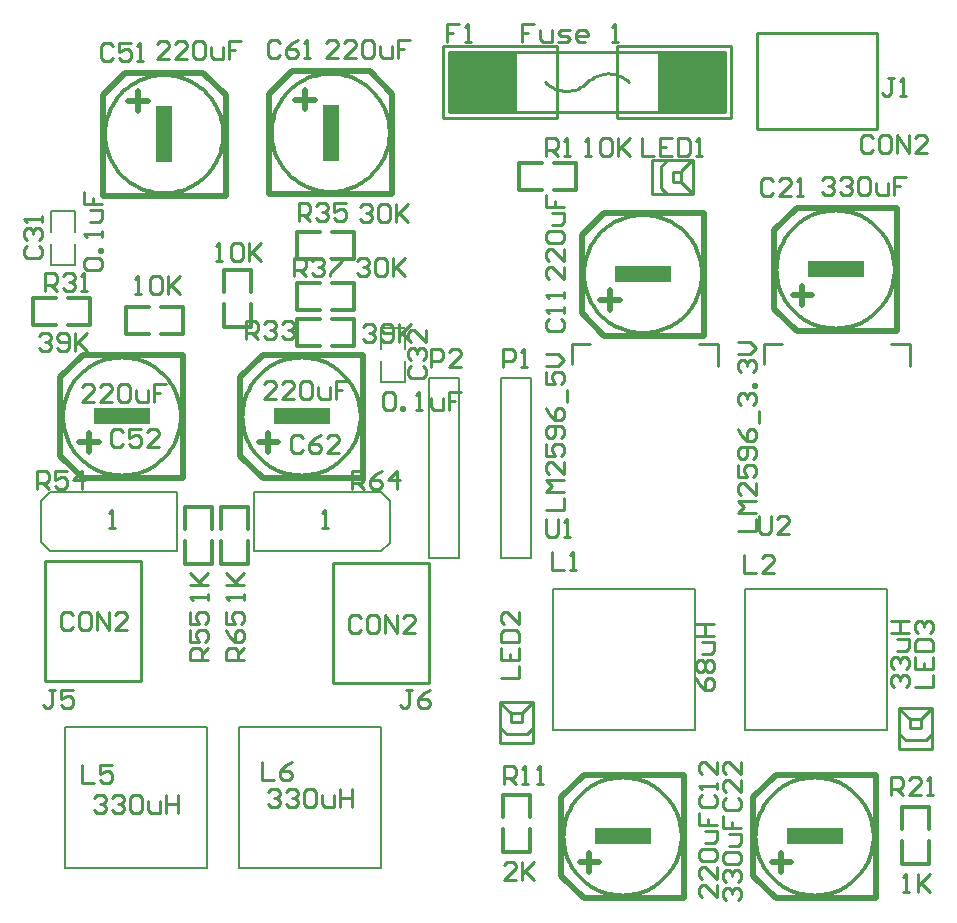
<source format=gto>
G04 Layer_Color=65535*
%FSLAX25Y25*%
%MOIN*%
G70*
G01*
G75*
%ADD44C,0.01200*%
%ADD45C,0.01000*%
%ADD46C,0.00800*%
%ADD47C,0.00787*%
%ADD48C,0.02000*%
%ADD49C,0.01969*%
%ADD50R,0.05545X0.19069*%
%ADD51R,0.19069X0.05545*%
%ADD52R,0.22000X0.20000*%
D44*
X450311Y454089D02*
X450286Y455086D01*
X450210Y456080D01*
X450084Y457070D01*
X449908Y458052D01*
X449683Y459023D01*
X449408Y459982D01*
X449086Y460926D01*
X448716Y461852D01*
X448299Y462758D01*
X447837Y463642D01*
X447332Y464502D01*
X446783Y465335D01*
X446192Y466138D01*
X445562Y466911D01*
X444894Y467651D01*
X444188Y468357D01*
X443448Y469025D01*
X442675Y469656D01*
X441871Y470246D01*
X441039Y470795D01*
X440179Y471301D01*
X439295Y471762D01*
X438389Y472179D01*
X437463Y472549D01*
X436519Y472871D01*
X435560Y473146D01*
X434589Y473371D01*
X433607Y473547D01*
X432618Y473673D01*
X431623Y473749D01*
X430626Y473774D01*
X429629Y473749D01*
X428635Y473673D01*
X427645Y473547D01*
X426663Y473371D01*
X425692Y473146D01*
X424733Y472871D01*
X423789Y472549D01*
X422863Y472179D01*
X421957Y471762D01*
X421073Y471301D01*
X420213Y470795D01*
X419381Y470246D01*
X418577Y469656D01*
X417804Y469025D01*
X417064Y468357D01*
X416358Y467651D01*
X415690Y466911D01*
X415060Y466138D01*
X414469Y465334D01*
X413920Y464502D01*
X413414Y463642D01*
X412953Y462758D01*
X412536Y461852D01*
X412166Y460926D01*
X411844Y459982D01*
X411569Y459023D01*
X411344Y458052D01*
X411168Y457070D01*
X411042Y456080D01*
X410966Y455086D01*
X410941Y454089D01*
X410966Y453092D01*
X411042Y452098D01*
X411168Y451108D01*
X411344Y450126D01*
X411569Y449155D01*
X411844Y448196D01*
X412166Y447252D01*
X412536Y446326D01*
X412953Y445420D01*
X413414Y444536D01*
X413920Y443676D01*
X414469Y442843D01*
X415060Y442040D01*
X415690Y441267D01*
X416358Y440527D01*
X417064Y439821D01*
X417804Y439153D01*
X418577Y438522D01*
X419381Y437932D01*
X420213Y437383D01*
X421073Y436877D01*
X421957Y436416D01*
X422863Y435999D01*
X423789Y435629D01*
X424733Y435307D01*
X425692Y435032D01*
X426663Y434807D01*
X427645Y434631D01*
X428635Y434505D01*
X429629Y434429D01*
X430626Y434404D01*
X431623Y434429D01*
X432618Y434505D01*
X433607Y434631D01*
X434589Y434807D01*
X435560Y435032D01*
X436519Y435307D01*
X437463Y435629D01*
X438389Y435999D01*
X439295Y436416D01*
X440179Y436877D01*
X441039Y437383D01*
X441872Y437932D01*
X442675Y438523D01*
X443448Y439153D01*
X444188Y439821D01*
X444894Y440527D01*
X445562Y441267D01*
X446193Y442040D01*
X446783Y442844D01*
X447332Y443676D01*
X447838Y444536D01*
X448299Y445420D01*
X448716Y446326D01*
X449086Y447252D01*
X449408Y448196D01*
X449683Y449155D01*
X449908Y450127D01*
X450084Y451108D01*
X450210Y452098D01*
X450286Y453092D01*
X450311Y454089D01*
X505811Y454589D02*
X505786Y455586D01*
X505710Y456580D01*
X505584Y457570D01*
X505408Y458552D01*
X505183Y459523D01*
X504908Y460482D01*
X504586Y461426D01*
X504216Y462352D01*
X503799Y463258D01*
X503337Y464142D01*
X502832Y465002D01*
X502283Y465835D01*
X501692Y466638D01*
X501062Y467411D01*
X500394Y468151D01*
X499688Y468857D01*
X498948Y469525D01*
X498175Y470155D01*
X497371Y470746D01*
X496539Y471295D01*
X495679Y471801D01*
X494795Y472262D01*
X493889Y472679D01*
X492963Y473049D01*
X492019Y473371D01*
X491060Y473646D01*
X490089Y473871D01*
X489107Y474047D01*
X488118Y474173D01*
X487123Y474249D01*
X486126Y474274D01*
X485129Y474249D01*
X484134Y474173D01*
X483145Y474047D01*
X482163Y473871D01*
X481192Y473646D01*
X480233Y473371D01*
X479289Y473049D01*
X478363Y472679D01*
X477457Y472262D01*
X476573Y471801D01*
X475713Y471295D01*
X474881Y470746D01*
X474077Y470155D01*
X473304Y469525D01*
X472564Y468857D01*
X471858Y468151D01*
X471190Y467411D01*
X470560Y466638D01*
X469969Y465834D01*
X469420Y465002D01*
X468914Y464142D01*
X468453Y463258D01*
X468036Y462352D01*
X467666Y461426D01*
X467344Y460482D01*
X467069Y459523D01*
X466844Y458552D01*
X466668Y457570D01*
X466542Y456580D01*
X466466Y455586D01*
X466441Y454589D01*
X466466Y453592D01*
X466542Y452598D01*
X466668Y451608D01*
X466844Y450626D01*
X467069Y449655D01*
X467344Y448696D01*
X467666Y447752D01*
X468036Y446826D01*
X468453Y445920D01*
X468915Y445036D01*
X469420Y444176D01*
X469969Y443343D01*
X470560Y442540D01*
X471190Y441767D01*
X471858Y441027D01*
X472564Y440321D01*
X473304Y439653D01*
X474077Y439022D01*
X474881Y438432D01*
X475713Y437883D01*
X476573Y437377D01*
X477457Y436916D01*
X478363Y436499D01*
X479289Y436129D01*
X480233Y435807D01*
X481192Y435532D01*
X482163Y435307D01*
X483145Y435131D01*
X484134Y435005D01*
X485129Y434929D01*
X486126Y434904D01*
X487123Y434929D01*
X488118Y435005D01*
X489107Y435131D01*
X490089Y435307D01*
X491060Y435532D01*
X492019Y435807D01*
X492963Y436129D01*
X493889Y436499D01*
X494795Y436916D01*
X495679Y437378D01*
X496539Y437883D01*
X497371Y438432D01*
X498175Y439023D01*
X498948Y439653D01*
X499688Y440321D01*
X500394Y441027D01*
X501062Y441767D01*
X501692Y442540D01*
X502283Y443344D01*
X502832Y444176D01*
X503338Y445036D01*
X503799Y445920D01*
X504216Y446826D01*
X504586Y447752D01*
X504908Y448696D01*
X505183Y449655D01*
X505408Y450627D01*
X505584Y451608D01*
X505710Y452598D01*
X505786Y453592D01*
X505811Y454589D01*
X667096Y220000D02*
X667071Y220997D01*
X666995Y221991D01*
X666869Y222981D01*
X666693Y223963D01*
X666468Y224934D01*
X666193Y225893D01*
X665871Y226837D01*
X665501Y227763D01*
X665084Y228669D01*
X664622Y229553D01*
X664117Y230413D01*
X663568Y231245D01*
X662977Y232049D01*
X662347Y232822D01*
X661679Y233562D01*
X660973Y234268D01*
X660233Y234936D01*
X659460Y235566D01*
X658656Y236157D01*
X657824Y236706D01*
X656964Y237211D01*
X656080Y237673D01*
X655174Y238090D01*
X654248Y238460D01*
X653304Y238782D01*
X652345Y239057D01*
X651374Y239282D01*
X650392Y239458D01*
X649403Y239584D01*
X648408Y239660D01*
X647411Y239685D01*
X646414Y239660D01*
X645420Y239584D01*
X644430Y239458D01*
X643448Y239282D01*
X642477Y239057D01*
X641518Y238782D01*
X640574Y238460D01*
X639648Y238090D01*
X638742Y237673D01*
X637858Y237211D01*
X636998Y236706D01*
X636166Y236157D01*
X635362Y235566D01*
X634589Y234936D01*
X633849Y234268D01*
X633143Y233562D01*
X632475Y232822D01*
X631845Y232049D01*
X631254Y231245D01*
X630705Y230413D01*
X630199Y229553D01*
X629738Y228669D01*
X629321Y227763D01*
X628951Y226837D01*
X628629Y225893D01*
X628354Y224934D01*
X628129Y223962D01*
X627953Y222981D01*
X627827Y221991D01*
X627751Y220997D01*
X627726Y220000D01*
X627751Y219003D01*
X627827Y218008D01*
X627953Y217019D01*
X628129Y216037D01*
X628354Y215066D01*
X628629Y214107D01*
X628951Y213163D01*
X629321Y212237D01*
X629738Y211331D01*
X630199Y210447D01*
X630705Y209587D01*
X631254Y208754D01*
X631845Y207951D01*
X632475Y207178D01*
X633144Y206438D01*
X633849Y205732D01*
X634589Y205064D01*
X635362Y204433D01*
X636166Y203843D01*
X636998Y203294D01*
X637858Y202788D01*
X638742Y202327D01*
X639648Y201910D01*
X640574Y201540D01*
X641518Y201218D01*
X642477Y200943D01*
X643448Y200718D01*
X644430Y200542D01*
X645420Y200416D01*
X646414Y200340D01*
X647411Y200315D01*
X648408Y200340D01*
X649403Y200416D01*
X650392Y200542D01*
X651374Y200718D01*
X652345Y200943D01*
X653304Y201218D01*
X654248Y201540D01*
X655174Y201910D01*
X656080Y202327D01*
X656964Y202788D01*
X657824Y203294D01*
X658657Y203843D01*
X659460Y204434D01*
X660233Y205064D01*
X660973Y205732D01*
X661679Y206438D01*
X662347Y207178D01*
X662978Y207951D01*
X663568Y208755D01*
X664117Y209587D01*
X664623Y210447D01*
X665084Y211331D01*
X665501Y212237D01*
X665871Y213163D01*
X666193Y214107D01*
X666468Y215066D01*
X666693Y216038D01*
X666869Y217019D01*
X666995Y218009D01*
X667071Y219003D01*
X667096Y220000D01*
X603096D02*
X603071Y220997D01*
X602995Y221991D01*
X602869Y222981D01*
X602693Y223963D01*
X602468Y224934D01*
X602193Y225893D01*
X601871Y226837D01*
X601501Y227763D01*
X601084Y228669D01*
X600623Y229553D01*
X600117Y230413D01*
X599568Y231245D01*
X598977Y232049D01*
X598347Y232822D01*
X597679Y233562D01*
X596973Y234268D01*
X596233Y234936D01*
X595460Y235566D01*
X594656Y236157D01*
X593824Y236706D01*
X592964Y237211D01*
X592080Y237673D01*
X591174Y238090D01*
X590248Y238460D01*
X589304Y238782D01*
X588345Y239057D01*
X587374Y239282D01*
X586392Y239458D01*
X585402Y239584D01*
X584408Y239660D01*
X583411Y239685D01*
X582414Y239660D01*
X581420Y239584D01*
X580430Y239458D01*
X579448Y239282D01*
X578477Y239057D01*
X577518Y238782D01*
X576574Y238460D01*
X575648Y238090D01*
X574742Y237673D01*
X573858Y237211D01*
X572998Y236706D01*
X572165Y236157D01*
X571362Y235566D01*
X570589Y234936D01*
X569849Y234268D01*
X569143Y233562D01*
X568475Y232822D01*
X567844Y232049D01*
X567254Y231245D01*
X566705Y230413D01*
X566199Y229553D01*
X565738Y228669D01*
X565321Y227763D01*
X564951Y226837D01*
X564629Y225893D01*
X564354Y224934D01*
X564129Y223962D01*
X563953Y222981D01*
X563827Y221991D01*
X563751Y220997D01*
X563726Y220000D01*
X563751Y219003D01*
X563827Y218008D01*
X563953Y217019D01*
X564129Y216037D01*
X564354Y215066D01*
X564629Y214107D01*
X564951Y213163D01*
X565321Y212237D01*
X565738Y211331D01*
X566199Y210447D01*
X566705Y209587D01*
X567254Y208754D01*
X567845Y207951D01*
X568475Y207178D01*
X569143Y206438D01*
X569849Y205732D01*
X570589Y205064D01*
X571362Y204433D01*
X572166Y203843D01*
X572998Y203294D01*
X573858Y202788D01*
X574742Y202327D01*
X575648Y201910D01*
X576574Y201540D01*
X577518Y201218D01*
X578477Y200943D01*
X579449Y200718D01*
X580430Y200542D01*
X581420Y200416D01*
X582414Y200340D01*
X583411Y200315D01*
X584408Y200340D01*
X585403Y200416D01*
X586392Y200542D01*
X587374Y200718D01*
X588345Y200943D01*
X589304Y201218D01*
X590248Y201540D01*
X591174Y201910D01*
X592080Y202327D01*
X592964Y202788D01*
X593824Y203294D01*
X594657Y203843D01*
X595460Y204434D01*
X596233Y205064D01*
X596973Y205732D01*
X597679Y206438D01*
X598347Y207178D01*
X598978Y207951D01*
X599568Y208755D01*
X600117Y209587D01*
X600623Y210447D01*
X601084Y211331D01*
X601501Y212237D01*
X601871Y213163D01*
X602193Y214107D01*
X602468Y215066D01*
X602693Y216038D01*
X602869Y217019D01*
X602995Y218009D01*
X603071Y219003D01*
X603096Y220000D01*
X674096Y409000D02*
X674071Y409997D01*
X673995Y410991D01*
X673869Y411981D01*
X673693Y412963D01*
X673468Y413934D01*
X673193Y414893D01*
X672871Y415837D01*
X672501Y416763D01*
X672084Y417669D01*
X671623Y418553D01*
X671117Y419413D01*
X670568Y420245D01*
X669977Y421049D01*
X669347Y421822D01*
X668679Y422562D01*
X667973Y423268D01*
X667233Y423936D01*
X666460Y424566D01*
X665656Y425157D01*
X664824Y425706D01*
X663964Y426212D01*
X663080Y426673D01*
X662174Y427090D01*
X661248Y427460D01*
X660304Y427782D01*
X659345Y428057D01*
X658374Y428282D01*
X657392Y428458D01*
X656402Y428584D01*
X655408Y428660D01*
X654411Y428685D01*
X653414Y428660D01*
X652420Y428584D01*
X651430Y428458D01*
X650448Y428282D01*
X649477Y428057D01*
X648518Y427782D01*
X647574Y427460D01*
X646648Y427090D01*
X645742Y426673D01*
X644858Y426212D01*
X643998Y425706D01*
X643165Y425157D01*
X642362Y424566D01*
X641589Y423936D01*
X640849Y423268D01*
X640143Y422562D01*
X639475Y421822D01*
X638844Y421049D01*
X638254Y420245D01*
X637705Y419413D01*
X637199Y418553D01*
X636738Y417669D01*
X636321Y416763D01*
X635951Y415837D01*
X635629Y414893D01*
X635354Y413934D01*
X635129Y412962D01*
X634953Y411981D01*
X634827Y410991D01*
X634751Y409997D01*
X634726Y409000D01*
X634751Y408003D01*
X634827Y407009D01*
X634953Y406019D01*
X635129Y405037D01*
X635354Y404066D01*
X635629Y403107D01*
X635951Y402163D01*
X636321Y401237D01*
X636738Y400331D01*
X637199Y399447D01*
X637705Y398587D01*
X638254Y397755D01*
X638845Y396951D01*
X639475Y396178D01*
X640143Y395438D01*
X640849Y394732D01*
X641589Y394064D01*
X642362Y393433D01*
X643166Y392843D01*
X643998Y392294D01*
X644858Y391788D01*
X645742Y391327D01*
X646648Y390910D01*
X647574Y390540D01*
X648518Y390218D01*
X649477Y389943D01*
X650449Y389718D01*
X651430Y389542D01*
X652420Y389416D01*
X653414Y389340D01*
X654411Y389315D01*
X655408Y389340D01*
X656403Y389416D01*
X657392Y389542D01*
X658374Y389718D01*
X659345Y389943D01*
X660304Y390218D01*
X661248Y390540D01*
X662174Y390910D01*
X663080Y391327D01*
X663964Y391789D01*
X664824Y392294D01*
X665657Y392843D01*
X666460Y393434D01*
X667233Y394064D01*
X667973Y394732D01*
X668679Y395438D01*
X669347Y396178D01*
X669978Y396951D01*
X670568Y397755D01*
X671117Y398587D01*
X671623Y399447D01*
X672084Y400331D01*
X672501Y401237D01*
X672871Y402163D01*
X673193Y403107D01*
X673468Y404066D01*
X673693Y405037D01*
X673869Y406019D01*
X673995Y407009D01*
X674071Y408003D01*
X674096Y409000D01*
X609931Y407480D02*
X609905Y408477D01*
X609830Y409472D01*
X609704Y410461D01*
X609528Y411443D01*
X609302Y412414D01*
X609028Y413373D01*
X608705Y414317D01*
X608335Y415243D01*
X607919Y416150D01*
X607457Y417033D01*
X606951Y417893D01*
X606402Y418726D01*
X605812Y419530D01*
X605182Y420303D01*
X604513Y421043D01*
X603808Y421748D01*
X603068Y422416D01*
X602295Y423047D01*
X601491Y423637D01*
X600658Y424186D01*
X599799Y424692D01*
X598915Y425154D01*
X598009Y425570D01*
X597082Y425940D01*
X596139Y426263D01*
X595180Y426537D01*
X594208Y426762D01*
X593226Y426938D01*
X592237Y427064D01*
X591243Y427140D01*
X590246Y427165D01*
X589249Y427140D01*
X588254Y427064D01*
X587265Y426938D01*
X586283Y426762D01*
X585312Y426537D01*
X584353Y426263D01*
X583409Y425940D01*
X582483Y425570D01*
X581576Y425154D01*
X580692Y424692D01*
X579833Y424186D01*
X579000Y423637D01*
X578196Y423047D01*
X577423Y422416D01*
X576683Y421748D01*
X575978Y421043D01*
X575309Y420303D01*
X574679Y419530D01*
X574089Y418726D01*
X573540Y417893D01*
X573034Y417033D01*
X572572Y416150D01*
X572156Y415243D01*
X571786Y414317D01*
X571463Y413373D01*
X571189Y412414D01*
X570964Y411443D01*
X570788Y410461D01*
X570662Y409472D01*
X570586Y408477D01*
X570561Y407480D01*
X570586Y406483D01*
X570662Y405489D01*
X570788Y404499D01*
X570964Y403518D01*
X571189Y402546D01*
X571463Y401587D01*
X571786Y400644D01*
X572156Y399717D01*
X572572Y398811D01*
X573034Y397927D01*
X573540Y397068D01*
X574089Y396235D01*
X574679Y395431D01*
X575310Y394658D01*
X575978Y393918D01*
X576683Y393213D01*
X577423Y392544D01*
X578196Y391914D01*
X579000Y391323D01*
X579833Y390775D01*
X580692Y390269D01*
X581576Y389807D01*
X582483Y389391D01*
X583409Y389021D01*
X584353Y388698D01*
X585312Y388424D01*
X586283Y388198D01*
X587265Y388022D01*
X588254Y387896D01*
X589249Y387821D01*
X590246Y387795D01*
X591243Y387821D01*
X592237Y387896D01*
X593227Y388022D01*
X594208Y388198D01*
X595180Y388424D01*
X596139Y388698D01*
X597082Y389021D01*
X598009Y389391D01*
X598915Y389807D01*
X599799Y390269D01*
X600658Y390775D01*
X601491Y391324D01*
X602295Y391914D01*
X603068Y392544D01*
X603808Y393213D01*
X604513Y393918D01*
X605182Y394658D01*
X605812Y395431D01*
X606402Y396235D01*
X606951Y397068D01*
X607457Y397927D01*
X607919Y398811D01*
X608335Y399717D01*
X608705Y400644D01*
X609028Y401587D01*
X609302Y402546D01*
X609528Y403518D01*
X609704Y404499D01*
X609830Y405489D01*
X609905Y406483D01*
X609931Y407480D01*
X496096Y360000D02*
X496071Y360997D01*
X495995Y361992D01*
X495869Y362981D01*
X495693Y363963D01*
X495468Y364934D01*
X495193Y365893D01*
X494871Y366837D01*
X494501Y367763D01*
X494084Y368669D01*
X493622Y369553D01*
X493117Y370413D01*
X492568Y371245D01*
X491977Y372049D01*
X491347Y372822D01*
X490679Y373562D01*
X489973Y374268D01*
X489233Y374936D01*
X488460Y375566D01*
X487656Y376157D01*
X486824Y376706D01*
X485964Y377211D01*
X485080Y377673D01*
X484174Y378090D01*
X483248Y378460D01*
X482304Y378782D01*
X481345Y379057D01*
X480374Y379282D01*
X479392Y379458D01*
X478403Y379584D01*
X477408Y379660D01*
X476411Y379685D01*
X475414Y379660D01*
X474419Y379584D01*
X473430Y379458D01*
X472448Y379282D01*
X471477Y379057D01*
X470518Y378782D01*
X469574Y378460D01*
X468648Y378090D01*
X467742Y377673D01*
X466858Y377211D01*
X465998Y376706D01*
X465166Y376157D01*
X464362Y375566D01*
X463589Y374936D01*
X462849Y374268D01*
X462143Y373562D01*
X461475Y372822D01*
X460845Y372049D01*
X460254Y371245D01*
X459705Y370413D01*
X459199Y369553D01*
X458738Y368669D01*
X458321Y367763D01*
X457951Y366837D01*
X457629Y365893D01*
X457354Y364934D01*
X457129Y363963D01*
X456953Y362981D01*
X456827Y361992D01*
X456751Y360997D01*
X456726Y360000D01*
X456751Y359003D01*
X456827Y358009D01*
X456953Y357019D01*
X457129Y356037D01*
X457354Y355066D01*
X457629Y354107D01*
X457951Y353163D01*
X458321Y352237D01*
X458738Y351331D01*
X459199Y350447D01*
X459705Y349587D01*
X460254Y348755D01*
X460845Y347951D01*
X461475Y347178D01*
X462144Y346438D01*
X462849Y345732D01*
X463589Y345064D01*
X464362Y344433D01*
X465166Y343843D01*
X465998Y343294D01*
X466858Y342788D01*
X467742Y342327D01*
X468648Y341910D01*
X469574Y341540D01*
X470518Y341218D01*
X471477Y340943D01*
X472448Y340718D01*
X473430Y340542D01*
X474419Y340416D01*
X475414Y340340D01*
X476411Y340315D01*
X477408Y340340D01*
X478403Y340416D01*
X479392Y340542D01*
X480374Y340718D01*
X481345Y340943D01*
X482304Y341218D01*
X483248Y341540D01*
X484174Y341910D01*
X485080Y342327D01*
X485964Y342789D01*
X486824Y343294D01*
X487656Y343843D01*
X488460Y344434D01*
X489233Y345064D01*
X489973Y345732D01*
X490679Y346438D01*
X491347Y347178D01*
X491978Y347951D01*
X492568Y348755D01*
X493117Y349587D01*
X493623Y350447D01*
X494084Y351331D01*
X494501Y352237D01*
X494871Y353163D01*
X495193Y354107D01*
X495468Y355066D01*
X495693Y356037D01*
X495869Y357019D01*
X495995Y358009D01*
X496071Y359003D01*
X496096Y360000D01*
X436222D02*
X436197Y360997D01*
X436121Y361992D01*
X435995Y362981D01*
X435819Y363963D01*
X435594Y364934D01*
X435319Y365893D01*
X434997Y366837D01*
X434627Y367763D01*
X434210Y368669D01*
X433748Y369553D01*
X433243Y370413D01*
X432694Y371245D01*
X432103Y372049D01*
X431473Y372822D01*
X430805Y373562D01*
X430099Y374268D01*
X429359Y374936D01*
X428586Y375566D01*
X427782Y376157D01*
X426950Y376706D01*
X426090Y377211D01*
X425206Y377673D01*
X424300Y378090D01*
X423374Y378460D01*
X422430Y378782D01*
X421471Y379057D01*
X420500Y379282D01*
X419518Y379458D01*
X418529Y379584D01*
X417534Y379660D01*
X416537Y379685D01*
X415540Y379660D01*
X414545Y379584D01*
X413556Y379458D01*
X412574Y379282D01*
X411603Y379057D01*
X410644Y378782D01*
X409700Y378460D01*
X408774Y378090D01*
X407868Y377673D01*
X406984Y377211D01*
X406124Y376706D01*
X405292Y376157D01*
X404488Y375566D01*
X403715Y374936D01*
X402975Y374268D01*
X402269Y373562D01*
X401601Y372822D01*
X400971Y372049D01*
X400380Y371245D01*
X399831Y370413D01*
X399325Y369553D01*
X398864Y368669D01*
X398447Y367763D01*
X398077Y366837D01*
X397755Y365893D01*
X397480Y364934D01*
X397255Y363963D01*
X397079Y362981D01*
X396953Y361992D01*
X396877Y360997D01*
X396852Y360000D01*
X396877Y359003D01*
X396953Y358009D01*
X397079Y357019D01*
X397255Y356037D01*
X397480Y355066D01*
X397755Y354107D01*
X398077Y353163D01*
X398447Y352237D01*
X398864Y351331D01*
X399325Y350447D01*
X399831Y349587D01*
X400380Y348755D01*
X400971Y347951D01*
X401601Y347178D01*
X402269Y346438D01*
X402975Y345732D01*
X403715Y345064D01*
X404488Y344433D01*
X405292Y343843D01*
X406124Y343294D01*
X406984Y342788D01*
X407868Y342327D01*
X408774Y341910D01*
X409700Y341540D01*
X410644Y341218D01*
X411603Y340943D01*
X412574Y340718D01*
X413556Y340542D01*
X414545Y340416D01*
X415540Y340340D01*
X416537Y340315D01*
X417534Y340340D01*
X418529Y340416D01*
X419518Y340542D01*
X420500Y340718D01*
X421471Y340943D01*
X422430Y341218D01*
X423374Y341540D01*
X424300Y341910D01*
X425206Y342327D01*
X426090Y342789D01*
X426950Y343294D01*
X427782Y343843D01*
X428586Y344434D01*
X429359Y345064D01*
X430099Y345732D01*
X430805Y346438D01*
X431473Y347178D01*
X432103Y347951D01*
X432694Y348755D01*
X433243Y349587D01*
X433749Y350447D01*
X434210Y351331D01*
X434627Y352237D01*
X434997Y353163D01*
X435319Y354107D01*
X435594Y355066D01*
X435819Y356037D01*
X435995Y357019D01*
X436121Y358009D01*
X436197Y359003D01*
X436222Y360000D01*
X446620Y322500D02*
Y330000D01*
X437620Y322500D02*
Y330000D01*
Y311000D02*
Y318500D01*
X446620Y311000D02*
Y318500D01*
X437620Y330000D02*
X446620D01*
X437620Y311000D02*
X446620D01*
X458620Y322500D02*
Y330000D01*
X449620Y322500D02*
Y330000D01*
Y311000D02*
Y318500D01*
X458620Y311000D02*
Y318500D01*
X449620Y330000D02*
X458620D01*
X449620Y311000D02*
X458620D01*
X676494Y211000D02*
X685494D01*
X676494Y230000D02*
X685494D01*
Y211000D02*
Y218500D01*
X676494Y211000D02*
Y218500D01*
Y222500D02*
Y230000D01*
X685494Y222500D02*
Y230000D01*
X543494Y215000D02*
X552494D01*
X543494Y234000D02*
X552494D01*
Y215000D02*
Y222500D01*
X543494Y215000D02*
Y222500D01*
Y226500D02*
Y234000D01*
X552494Y226500D02*
Y234000D01*
X549000Y435506D02*
Y444506D01*
X568000Y435506D02*
Y444506D01*
X549000Y435506D02*
X556500D01*
X549000Y444506D02*
X556500D01*
X560500D02*
X568000D01*
X560500Y435506D02*
X568000D01*
X387000Y390506D02*
Y399506D01*
X406000Y390506D02*
Y399506D01*
X387000Y390506D02*
X394500D01*
X387000Y399506D02*
X394500D01*
X398500D02*
X406000D01*
X398500Y390506D02*
X406000D01*
X475000Y412506D02*
Y421506D01*
X494000Y412506D02*
Y421506D01*
X475000Y412506D02*
X482500D01*
X475000Y421506D02*
X482500D01*
X486500D02*
X494000D01*
X486500Y412506D02*
X494000D01*
X459494Y401500D02*
Y409000D01*
X450494Y401500D02*
Y409000D01*
Y390000D02*
Y397500D01*
X459494Y390000D02*
Y397500D01*
X450494Y409000D02*
X459494D01*
X450494Y390000D02*
X459494D01*
X418000Y396494D02*
X425500D01*
X418000Y387494D02*
X425500D01*
X429500D02*
X437000D01*
X429500Y396494D02*
X437000D01*
X418000Y387494D02*
Y396494D01*
X437000Y387494D02*
Y396494D01*
X494000Y383494D02*
Y392494D01*
X475000Y383494D02*
Y392494D01*
X486500D02*
X494000D01*
X486500Y383494D02*
X494000D01*
X475000D02*
X482500D01*
X475000Y392494D02*
X482500D01*
X475000Y395506D02*
Y404506D01*
X494000Y395506D02*
Y404506D01*
X475000Y395506D02*
X482500D01*
X475000Y404506D02*
X482500D01*
X486500D02*
X494000D01*
X486500Y395506D02*
X494000D01*
D45*
X585677Y471441D02*
X584957Y472093D01*
X584177Y472672D01*
X583344Y473172D01*
X582466Y473587D01*
X581551Y473914D01*
X580609Y474150D01*
X579647Y474293D01*
X578677Y474340D01*
X577707Y474293D01*
X576746Y474150D01*
X575804Y473914D01*
X574889Y473587D01*
X574011Y473172D01*
X573177Y472672D01*
X572397Y472093D01*
X571677Y471441D01*
X557677D02*
X558397Y470788D01*
X559177Y470210D01*
X560011Y469710D01*
X560889Y469295D01*
X561803Y468968D01*
X562746Y468732D01*
X563707Y468589D01*
X564677Y468541D01*
X565648Y468589D01*
X566608Y468732D01*
X567551Y468968D01*
X568466Y469295D01*
X569344Y469710D01*
X570177Y470210D01*
X570957Y470788D01*
X571677Y471441D01*
X675638Y249189D02*
Y262968D01*
Y249189D02*
X686661D01*
Y262968D01*
X675638D02*
X686661D01*
X675638Y262575D02*
Y262968D01*
Y262575D02*
X679181Y259032D01*
X679378D02*
X682921D01*
X686661Y262772D02*
Y262968D01*
X682921Y259032D02*
X686661Y262772D01*
X679378Y256079D02*
Y259032D01*
Y256079D02*
X682921D01*
X682921Y256079D01*
Y259032D01*
X675638Y254307D02*
Y255882D01*
Y254307D02*
X677803Y252142D01*
X684693D01*
X686661Y254110D01*
X542638Y251189D02*
Y264968D01*
Y251189D02*
X553661D01*
Y264968D01*
X542638D02*
X553661D01*
X542638Y264575D02*
Y264968D01*
Y264575D02*
X546181Y261032D01*
X546378D02*
X549921D01*
X553661Y264772D02*
Y264968D01*
X549921Y261032D02*
X553661Y264772D01*
X546378Y258079D02*
Y261032D01*
Y258079D02*
X549921D01*
X549921Y258079D01*
Y261032D01*
X542638Y256307D02*
Y257882D01*
Y256307D02*
X544803Y254142D01*
X551693D01*
X553661Y256110D01*
X679300Y377000D02*
Y384000D01*
X679200Y384100D02*
X679300Y384000D01*
X672900Y384100D02*
X679200D01*
X630700Y377400D02*
Y384100D01*
X636600D01*
X615300Y377000D02*
Y384000D01*
X615200Y384100D02*
X615300Y384000D01*
X608900Y384100D02*
X615200D01*
X566700Y377400D02*
Y384100D01*
X572600D01*
X619677Y459441D02*
Y471441D01*
X523677Y459441D02*
Y483441D01*
X619677Y471441D02*
Y483441D01*
X581677D02*
X619677D01*
X581677Y459441D02*
Y483441D01*
Y459441D02*
X619677D01*
X523677D02*
X561677D01*
Y483441D01*
X523677D02*
X561677D01*
X527677Y461441D02*
X617677D01*
X525677D02*
X527677D01*
X525677D02*
Y481441D01*
X617677D01*
Y461441D02*
Y481441D01*
X595677Y461441D02*
Y481441D01*
X547677Y461441D02*
Y481441D01*
X593189Y445362D02*
X606968D01*
X593189Y434339D02*
Y445362D01*
Y434339D02*
X606968D01*
Y445362D01*
X606575D02*
X606968D01*
X603031Y441819D02*
X606575Y445362D01*
X603031Y438079D02*
Y441622D01*
X606772Y434339D02*
X606968D01*
X603031Y438079D02*
X606772Y434339D01*
X600079Y441622D02*
X603031D01*
X600079Y438079D02*
Y441622D01*
Y438079D02*
X600079Y438079D01*
X603031D01*
X598307Y445362D02*
X599882D01*
X596142Y443197D02*
X598307Y445362D01*
X596142Y436307D02*
Y443197D01*
Y436307D02*
X598110Y434339D01*
X628213Y455905D02*
X668213D01*
X628213D02*
Y487905D01*
X668213D01*
Y455905D02*
Y487905D01*
X391031Y271787D02*
X423031D01*
Y311787D01*
X391031D02*
X423031D01*
X391031Y271787D02*
Y311787D01*
X486952Y271189D02*
X518952D01*
Y311189D01*
X486952D02*
X518952D01*
X486952Y271189D02*
Y311189D01*
X457126Y299000D02*
Y300999D01*
Y300000D01*
X451128D01*
X452128Y299000D01*
X451128Y303998D02*
X457126D01*
X455127D01*
X451128Y307997D01*
X454127Y304998D01*
X457126Y307997D01*
Y279000D02*
X451128D01*
Y281999D01*
X452128Y282999D01*
X454127D01*
X455127Y281999D01*
Y279000D01*
Y280999D02*
X457126Y282999D01*
X451128Y288997D02*
X452128Y286997D01*
X454127Y284998D01*
X456126D01*
X457126Y285998D01*
Y287997D01*
X456126Y288997D01*
X455127D01*
X454127Y287997D01*
Y284998D01*
X451128Y294995D02*
Y290996D01*
X454127D01*
X453127Y292996D01*
Y293995D01*
X454127Y294995D01*
X456126D01*
X457126Y293995D01*
Y291996D01*
X456126Y290996D01*
X483126Y323000D02*
X485125D01*
X484126D01*
Y328998D01*
X483126Y327998D01*
X493126Y336000D02*
Y341998D01*
X496125D01*
X497125Y340998D01*
Y338999D01*
X496125Y337999D01*
X493126D01*
X495125D02*
X497125Y336000D01*
X503123Y341998D02*
X501123Y340998D01*
X499124Y338999D01*
Y337000D01*
X500124Y336000D01*
X502123D01*
X503123Y337000D01*
Y337999D01*
X502123Y338999D01*
X499124D01*
X508121Y336000D02*
Y341998D01*
X505122Y338999D01*
X509121D01*
X448000Y412000D02*
X449999D01*
X449000D01*
Y417998D01*
X448000Y416998D01*
X452998D02*
X453998Y417998D01*
X455997D01*
X456997Y416998D01*
Y413000D01*
X455997Y412000D01*
X453998D01*
X452998Y413000D01*
Y416998D01*
X458996Y417998D02*
Y412000D01*
Y413999D01*
X462995Y417998D01*
X459996Y414999D01*
X462995Y412000D01*
X445126Y299000D02*
Y300999D01*
Y300000D01*
X439128D01*
X440128Y299000D01*
X439128Y303998D02*
X445126D01*
X443127D01*
X439128Y307997D01*
X442127Y304998D01*
X445126Y307997D01*
Y279000D02*
X439128D01*
Y281999D01*
X440128Y282999D01*
X442127D01*
X443127Y281999D01*
Y279000D01*
Y280999D02*
X445126Y282999D01*
X439128Y288997D02*
Y284998D01*
X442127D01*
X441127Y286997D01*
Y287997D01*
X442127Y288997D01*
X444126D01*
X445126Y287997D01*
Y285998D01*
X444126Y284998D01*
X439128Y294995D02*
Y290996D01*
X442127D01*
X441127Y292996D01*
Y293995D01*
X442127Y294995D01*
X444126D01*
X445126Y293995D01*
Y291996D01*
X444126Y290996D01*
X412126Y323000D02*
X414125D01*
X413126D01*
Y328998D01*
X412126Y327998D01*
X388126Y336000D02*
Y341998D01*
X391125D01*
X392125Y340998D01*
Y338999D01*
X391125Y337999D01*
X388126D01*
X390125D02*
X392125Y336000D01*
X398123Y341998D02*
X394124D01*
Y338999D01*
X396123Y339999D01*
X397123D01*
X398123Y338999D01*
Y337000D01*
X397123Y336000D01*
X395124D01*
X394124Y337000D01*
X403121Y336000D02*
Y341998D01*
X400122Y338999D01*
X404121D01*
X421000Y401000D02*
X422999D01*
X422000D01*
Y406998D01*
X421000Y405998D01*
X425998D02*
X426998Y406998D01*
X428997D01*
X429997Y405998D01*
Y402000D01*
X428997Y401000D01*
X426998D01*
X425998Y402000D01*
Y405998D01*
X431996Y406998D02*
Y401000D01*
Y402999D01*
X435995Y406998D01*
X432996Y403999D01*
X435995Y401000D01*
X519600Y376400D02*
Y382398D01*
X522599D01*
X523599Y381398D01*
Y379399D01*
X522599Y378399D01*
X519600D01*
X529597Y376400D02*
X525598D01*
X529597Y380399D01*
Y381398D01*
X528597Y382398D01*
X526598D01*
X525598Y381398D01*
X465126Y234998D02*
X466126Y235998D01*
X468125D01*
X469125Y234998D01*
Y233999D01*
X468125Y232999D01*
X467125D01*
X468125D01*
X469125Y231999D01*
Y231000D01*
X468125Y230000D01*
X466126D01*
X465126Y231000D01*
X471124Y234998D02*
X472124Y235998D01*
X474123D01*
X475123Y234998D01*
Y233999D01*
X474123Y232999D01*
X473123D01*
X474123D01*
X475123Y231999D01*
Y231000D01*
X474123Y230000D01*
X472124D01*
X471124Y231000D01*
X477122Y234998D02*
X478122Y235998D01*
X480121D01*
X481121Y234998D01*
Y231000D01*
X480121Y230000D01*
X478122D01*
X477122Y231000D01*
Y234998D01*
X483120Y233999D02*
Y231000D01*
X484120Y230000D01*
X487119D01*
Y233999D01*
X489118Y235998D02*
Y230000D01*
Y232999D01*
X493117D01*
Y235998D01*
Y230000D01*
X463126Y244998D02*
Y239000D01*
X467125D01*
X473123Y244998D02*
X471123Y243998D01*
X469124Y241999D01*
Y240000D01*
X470124Y239000D01*
X472123D01*
X473123Y240000D01*
Y240999D01*
X472123Y241999D01*
X469124D01*
X407126Y232998D02*
X408126Y233998D01*
X410125D01*
X411125Y232998D01*
Y231999D01*
X410125Y230999D01*
X409125D01*
X410125D01*
X411125Y229999D01*
Y229000D01*
X410125Y228000D01*
X408126D01*
X407126Y229000D01*
X413124Y232998D02*
X414124Y233998D01*
X416123D01*
X417123Y232998D01*
Y231999D01*
X416123Y230999D01*
X415123D01*
X416123D01*
X417123Y229999D01*
Y229000D01*
X416123Y228000D01*
X414124D01*
X413124Y229000D01*
X419122Y232998D02*
X420122Y233998D01*
X422121D01*
X423121Y232998D01*
Y229000D01*
X422121Y228000D01*
X420122D01*
X419122Y229000D01*
Y232998D01*
X425120Y231999D02*
Y229000D01*
X426120Y228000D01*
X429119D01*
Y231999D01*
X431118Y233998D02*
Y228000D01*
Y230999D01*
X435117D01*
Y233998D01*
Y228000D01*
X403126Y243998D02*
Y238000D01*
X407125D01*
X413123Y243998D02*
X409124D01*
Y240999D01*
X411123Y241999D01*
X412123D01*
X413123Y240999D01*
Y239000D01*
X412123Y238000D01*
X410124D01*
X409124Y239000D01*
X496125Y292998D02*
X495125Y293998D01*
X493126D01*
X492126Y292998D01*
Y289000D01*
X493126Y288000D01*
X495125D01*
X496125Y289000D01*
X501123Y293998D02*
X499124D01*
X498124Y292998D01*
Y289000D01*
X499124Y288000D01*
X501123D01*
X502123Y289000D01*
Y292998D01*
X501123Y293998D01*
X504122Y288000D02*
Y293998D01*
X508121Y288000D01*
Y293998D01*
X514119Y288000D02*
X510120D01*
X514119Y291999D01*
Y292998D01*
X513119Y293998D01*
X511120D01*
X510120Y292998D01*
X513125Y268998D02*
X511125D01*
X512125D01*
Y264000D01*
X511125Y263000D01*
X510126D01*
X509126Y264000D01*
X519123Y268998D02*
X517123Y267998D01*
X515124Y265999D01*
Y264000D01*
X516124Y263000D01*
X518123D01*
X519123Y264000D01*
Y264999D01*
X518123Y265999D01*
X515124D01*
X400125Y293998D02*
X399125Y294998D01*
X397126D01*
X396126Y293998D01*
Y290000D01*
X397126Y289000D01*
X399125D01*
X400125Y290000D01*
X405123Y294998D02*
X403124D01*
X402124Y293998D01*
Y290000D01*
X403124Y289000D01*
X405123D01*
X406123Y290000D01*
Y293998D01*
X405123Y294998D01*
X408122Y289000D02*
Y294998D01*
X412121Y289000D01*
Y294998D01*
X418119Y289000D02*
X414120D01*
X418119Y292999D01*
Y293998D01*
X417119Y294998D01*
X415120D01*
X414120Y293998D01*
X394125Y268998D02*
X392125D01*
X393125D01*
Y264000D01*
X392125Y263000D01*
X391126D01*
X390126Y264000D01*
X400123Y268998D02*
X396124D01*
Y265999D01*
X398123Y266999D01*
X399123D01*
X400123Y265999D01*
Y264000D01*
X399123Y263000D01*
X397124D01*
X396124Y264000D01*
X467999Y366000D02*
X464000D01*
X467999Y369999D01*
Y370998D01*
X466999Y371998D01*
X465000D01*
X464000Y370998D01*
X473997Y366000D02*
X469998D01*
X473997Y369999D01*
Y370998D01*
X472997Y371998D01*
X470998D01*
X469998Y370998D01*
X475996D02*
X476996Y371998D01*
X478995D01*
X479995Y370998D01*
Y367000D01*
X478995Y366000D01*
X476996D01*
X475996Y367000D01*
Y370998D01*
X481994Y369999D02*
Y367000D01*
X482994Y366000D01*
X485993D01*
Y369999D01*
X491991Y371998D02*
X487992D01*
Y368999D01*
X489992D01*
X487992D01*
Y366000D01*
X476999Y352998D02*
X475999Y353998D01*
X474000D01*
X473000Y352998D01*
Y349000D01*
X474000Y348000D01*
X475999D01*
X476999Y349000D01*
X482997Y353998D02*
X480997Y352998D01*
X478998Y350999D01*
Y349000D01*
X479998Y348000D01*
X481997D01*
X482997Y349000D01*
Y349999D01*
X481997Y350999D01*
X478998D01*
X488995Y348000D02*
X484996D01*
X488995Y351999D01*
Y352998D01*
X487995Y353998D01*
X485996D01*
X484996Y352998D01*
X488625Y479500D02*
X484626D01*
X488625Y483499D01*
Y484498D01*
X487625Y485498D01*
X485626D01*
X484626Y484498D01*
X494623Y479500D02*
X490624D01*
X494623Y483499D01*
Y484498D01*
X493623Y485498D01*
X491624D01*
X490624Y484498D01*
X496622D02*
X497622Y485498D01*
X499621D01*
X500621Y484498D01*
Y480500D01*
X499621Y479500D01*
X497622D01*
X496622Y480500D01*
Y484498D01*
X502620Y483499D02*
Y480500D01*
X503620Y479500D01*
X506619D01*
Y483499D01*
X512617Y485498D02*
X508618D01*
Y482499D01*
X510618D01*
X508618D01*
Y479500D01*
X469125Y484498D02*
X468125Y485498D01*
X466126D01*
X465126Y484498D01*
Y480500D01*
X466126Y479500D01*
X468125D01*
X469125Y480500D01*
X475123Y485498D02*
X473123Y484498D01*
X471124Y482499D01*
Y480500D01*
X472124Y479500D01*
X474123D01*
X475123Y480500D01*
Y481499D01*
X474123Y482499D01*
X471124D01*
X477122Y479500D02*
X479121D01*
X478122D01*
Y485498D01*
X477122Y484498D01*
X407125Y365000D02*
X403126D01*
X407125Y368999D01*
Y369998D01*
X406125Y370998D01*
X404126D01*
X403126Y369998D01*
X413123Y365000D02*
X409124D01*
X413123Y368999D01*
Y369998D01*
X412123Y370998D01*
X410124D01*
X409124Y369998D01*
X415122D02*
X416122Y370998D01*
X418121D01*
X419121Y369998D01*
Y366000D01*
X418121Y365000D01*
X416122D01*
X415122Y366000D01*
Y369998D01*
X421120Y368999D02*
Y366000D01*
X422120Y365000D01*
X425119D01*
Y368999D01*
X431117Y370998D02*
X427118D01*
Y367999D01*
X429118D01*
X427118D01*
Y365000D01*
X416999Y354998D02*
X415999Y355998D01*
X414000D01*
X413000Y354998D01*
Y351000D01*
X414000Y350000D01*
X415999D01*
X416999Y351000D01*
X422997Y355998D02*
X418998D01*
Y352999D01*
X420997Y353999D01*
X421997D01*
X422997Y352999D01*
Y351000D01*
X421997Y350000D01*
X419998D01*
X418998Y351000D01*
X428995Y350000D02*
X424996D01*
X428995Y353999D01*
Y354998D01*
X427995Y355998D01*
X425996D01*
X424996Y354998D01*
X432148Y479331D02*
X428150D01*
X432148Y483329D01*
Y484329D01*
X431149Y485329D01*
X429149D01*
X428150Y484329D01*
X438146Y479331D02*
X434148D01*
X438146Y483329D01*
Y484329D01*
X437147Y485329D01*
X435147D01*
X434148Y484329D01*
X440146D02*
X441145Y485329D01*
X443145D01*
X444144Y484329D01*
Y480330D01*
X443145Y479331D01*
X441145D01*
X440146Y480330D01*
Y484329D01*
X446144Y483329D02*
Y480330D01*
X447144Y479331D01*
X450142D01*
Y483329D01*
X456141Y485329D02*
X452142D01*
Y482330D01*
X454141D01*
X452142D01*
Y479331D01*
X413448Y483345D02*
X412448Y484344D01*
X410449D01*
X409449Y483345D01*
Y479346D01*
X410449Y478346D01*
X412448D01*
X413448Y479346D01*
X419446Y484344D02*
X415447D01*
Y481346D01*
X417446Y482345D01*
X418446D01*
X419446Y481346D01*
Y479346D01*
X418446Y478346D01*
X416447D01*
X415447Y479346D01*
X421445Y478346D02*
X423444D01*
X422445D01*
Y484344D01*
X421445Y483345D01*
X564000Y409999D02*
Y406000D01*
X560001Y409999D01*
X559002D01*
X558002Y408999D01*
Y407000D01*
X559002Y406000D01*
X564000Y415997D02*
Y411998D01*
X560001Y415997D01*
X559002D01*
X558002Y414997D01*
Y412998D01*
X559002Y411998D01*
Y417996D02*
X558002Y418996D01*
Y420995D01*
X559002Y421995D01*
X563000D01*
X564000Y420995D01*
Y418996D01*
X563000Y417996D01*
X559002D01*
X560001Y423994D02*
X563000D01*
X564000Y424994D01*
Y427993D01*
X560001D01*
X558002Y433991D02*
Y429992D01*
X561001D01*
Y431992D01*
Y429992D01*
X564000D01*
X559002Y392499D02*
X558002Y391499D01*
Y389500D01*
X559002Y388500D01*
X563000D01*
X564000Y389500D01*
Y391499D01*
X563000Y392499D01*
X564000Y394498D02*
Y396497D01*
Y395498D01*
X558002D01*
X559002Y394498D01*
X564000Y399496D02*
Y401496D01*
Y400496D01*
X558002D01*
X559002Y399496D01*
X615000Y203999D02*
Y200000D01*
X611001Y203999D01*
X610002D01*
X609002Y202999D01*
Y201000D01*
X610002Y200000D01*
X615000Y209997D02*
Y205998D01*
X611001Y209997D01*
X610002D01*
X609002Y208997D01*
Y206998D01*
X610002Y205998D01*
Y211996D02*
X609002Y212996D01*
Y214995D01*
X610002Y215995D01*
X614000D01*
X615000Y214995D01*
Y212996D01*
X614000Y211996D01*
X610002D01*
X611001Y217994D02*
X614000D01*
X615000Y218994D01*
Y221993D01*
X611001D01*
X609002Y227991D02*
Y223992D01*
X612001D01*
Y225992D01*
Y223992D01*
X615000D01*
X610002Y233999D02*
X609002Y232999D01*
Y231000D01*
X610002Y230000D01*
X614000D01*
X615000Y231000D01*
Y232999D01*
X614000Y233999D01*
X615000Y235998D02*
Y237997D01*
Y236998D01*
X609002D01*
X610002Y235998D01*
X615000Y244995D02*
Y240996D01*
X611001Y244995D01*
X610002D01*
X609002Y243995D01*
Y241996D01*
X610002Y240996D01*
X650000Y438998D02*
X651000Y439998D01*
X652999D01*
X653999Y438998D01*
Y437999D01*
X652999Y436999D01*
X651999D01*
X652999D01*
X653999Y435999D01*
Y435000D01*
X652999Y434000D01*
X651000D01*
X650000Y435000D01*
X655998Y438998D02*
X656998Y439998D01*
X658997D01*
X659997Y438998D01*
Y437999D01*
X658997Y436999D01*
X657997D01*
X658997D01*
X659997Y435999D01*
Y435000D01*
X658997Y434000D01*
X656998D01*
X655998Y435000D01*
X661996Y438998D02*
X662996Y439998D01*
X664995D01*
X665995Y438998D01*
Y435000D01*
X664995Y434000D01*
X662996D01*
X661996Y435000D01*
Y438998D01*
X667994Y437999D02*
Y435000D01*
X668994Y434000D01*
X671993D01*
Y437999D01*
X677991Y439998D02*
X673992D01*
Y436999D01*
X675992D01*
X673992D01*
Y434000D01*
X633699Y438498D02*
X632699Y439498D01*
X630700D01*
X629700Y438498D01*
Y434500D01*
X630700Y433500D01*
X632699D01*
X633699Y434500D01*
X639697Y433500D02*
X635698D01*
X639697Y437499D01*
Y438498D01*
X638697Y439498D01*
X636698D01*
X635698Y438498D01*
X641696Y433500D02*
X643695D01*
X642696D01*
Y439498D01*
X641696Y438498D01*
X618002Y199000D02*
X617002Y200000D01*
Y201999D01*
X618002Y202999D01*
X619001D01*
X620001Y201999D01*
Y200999D01*
Y201999D01*
X621001Y202999D01*
X622000D01*
X623000Y201999D01*
Y200000D01*
X622000Y199000D01*
X618002Y204998D02*
X617002Y205998D01*
Y207997D01*
X618002Y208997D01*
X619001D01*
X620001Y207997D01*
Y206997D01*
Y207997D01*
X621001Y208997D01*
X622000D01*
X623000Y207997D01*
Y205998D01*
X622000Y204998D01*
X618002Y210996D02*
X617002Y211996D01*
Y213995D01*
X618002Y214995D01*
X622000D01*
X623000Y213995D01*
Y211996D01*
X622000Y210996D01*
X618002D01*
X619001Y216994D02*
X622000D01*
X623000Y217994D01*
Y220993D01*
X619001D01*
X617002Y226991D02*
Y222992D01*
X620001D01*
Y224992D01*
Y222992D01*
X623000D01*
X618002Y232999D02*
X617002Y231999D01*
Y230000D01*
X618002Y229000D01*
X622000D01*
X623000Y230000D01*
Y231999D01*
X622000Y232999D01*
X623000Y238997D02*
Y234998D01*
X619001Y238997D01*
X618002D01*
X617002Y237997D01*
Y235998D01*
X618002Y234998D01*
X623000Y244995D02*
Y240996D01*
X619001Y244995D01*
X618002D01*
X617002Y243995D01*
Y241996D01*
X618002Y240996D01*
X553999Y490998D02*
X550000D01*
Y487999D01*
X551999D01*
X550000D01*
Y485000D01*
X555998Y488999D02*
Y486000D01*
X556998Y485000D01*
X559997D01*
Y488999D01*
X561996Y485000D02*
X564995D01*
X565995Y486000D01*
X564995Y486999D01*
X562996D01*
X561996Y487999D01*
X562996Y488999D01*
X565995D01*
X570993Y485000D02*
X568994D01*
X567994Y486000D01*
Y487999D01*
X568994Y488999D01*
X570993D01*
X571993Y487999D01*
Y486999D01*
X567994D01*
X579990Y485000D02*
X581990D01*
X580990D01*
Y490998D01*
X579990Y489998D01*
X528999Y490998D02*
X525000D01*
Y487999D01*
X526999D01*
X525000D01*
Y485000D01*
X530998D02*
X532997D01*
X531998D01*
Y490998D01*
X530998Y489998D01*
X666999Y452998D02*
X665999Y453998D01*
X664000D01*
X663000Y452998D01*
Y449000D01*
X664000Y448000D01*
X665999D01*
X666999Y449000D01*
X671997Y453998D02*
X669998D01*
X668998Y452998D01*
Y449000D01*
X669998Y448000D01*
X671997D01*
X672997Y449000D01*
Y452998D01*
X671997Y453998D01*
X674996Y448000D02*
Y453998D01*
X678995Y448000D01*
Y453998D01*
X684993Y448000D02*
X680994D01*
X684993Y451999D01*
Y452998D01*
X683993Y453998D01*
X681994D01*
X680994Y452998D01*
X673999Y472998D02*
X671999D01*
X672999D01*
Y468000D01*
X671999Y467000D01*
X671000D01*
X670000Y468000D01*
X675998Y467000D02*
X677997D01*
X676998D01*
Y472998D01*
X675998Y471998D01*
X608002Y272999D02*
X609002Y270999D01*
X611001Y269000D01*
X613000D01*
X614000Y270000D01*
Y271999D01*
X613000Y272999D01*
X612001D01*
X611001Y271999D01*
Y269000D01*
X609002Y274998D02*
X608002Y275998D01*
Y277997D01*
X609002Y278997D01*
X610001D01*
X611001Y277997D01*
X612001Y278997D01*
X613000D01*
X614000Y277997D01*
Y275998D01*
X613000Y274998D01*
X612001D01*
X611001Y275998D01*
X610001Y274998D01*
X609002D01*
X611001Y275998D02*
Y277997D01*
X610001Y280996D02*
X613000D01*
X614000Y281996D01*
Y284995D01*
X610001D01*
X608002Y286994D02*
X614000D01*
X611001D01*
Y290993D01*
X608002D01*
X614000D01*
X560000Y314998D02*
Y309000D01*
X563999D01*
X565998D02*
X567997D01*
X566998D01*
Y314998D01*
X565998Y313998D01*
X674002Y270000D02*
X673002Y271000D01*
Y272999D01*
X674002Y273999D01*
X675001D01*
X676001Y272999D01*
Y271999D01*
Y272999D01*
X677001Y273999D01*
X678000D01*
X679000Y272999D01*
Y271000D01*
X678000Y270000D01*
X674002Y275998D02*
X673002Y276998D01*
Y278997D01*
X674002Y279997D01*
X675001D01*
X676001Y278997D01*
Y277997D01*
Y278997D01*
X677001Y279997D01*
X678000D01*
X679000Y278997D01*
Y276998D01*
X678000Y275998D01*
X675001Y281996D02*
X678000D01*
X679000Y282996D01*
Y285995D01*
X675001D01*
X673002Y287994D02*
X679000D01*
X676001D01*
Y291993D01*
X673002D01*
X679000D01*
X624000Y313998D02*
Y308000D01*
X627999D01*
X633997D02*
X629998D01*
X633997Y311999D01*
Y312998D01*
X632997Y313998D01*
X630998D01*
X629998Y312998D01*
X590000Y452998D02*
Y447000D01*
X593999D01*
X599997Y452998D02*
X595998D01*
Y447000D01*
X599997D01*
X595998Y449999D02*
X597997D01*
X601996Y452998D02*
Y447000D01*
X604995D01*
X605995Y448000D01*
Y451998D01*
X604995Y452998D01*
X601996D01*
X607994Y447000D02*
X609994D01*
X608994D01*
Y452998D01*
X607994Y451998D01*
X543002Y273000D02*
X549000D01*
Y276999D01*
X543002Y282997D02*
Y278998D01*
X549000D01*
Y282997D01*
X546001Y278998D02*
Y280997D01*
X543002Y284996D02*
X549000D01*
Y287995D01*
X548000Y288995D01*
X544002D01*
X543002Y287995D01*
Y284996D01*
X549000Y294993D02*
Y290994D01*
X545001Y294993D01*
X544002D01*
X543002Y293993D01*
Y291994D01*
X544002Y290994D01*
X681002Y270000D02*
X687000D01*
Y273999D01*
X681002Y279997D02*
Y275998D01*
X687000D01*
Y279997D01*
X684001Y275998D02*
Y277997D01*
X681002Y281996D02*
X687000D01*
Y284995D01*
X686000Y285995D01*
X682002D01*
X681002Y284995D01*
Y281996D01*
X682002Y287994D02*
X681002Y288994D01*
Y290993D01*
X682002Y291993D01*
X683001D01*
X684001Y290993D01*
Y289994D01*
Y290993D01*
X685001Y291993D01*
X686000D01*
X687000Y290993D01*
Y288994D01*
X686000Y287994D01*
X543600Y376400D02*
Y382398D01*
X546599D01*
X547599Y381398D01*
Y379399D01*
X546599Y378399D01*
X543600D01*
X549598Y376400D02*
X551597D01*
X550598D01*
Y382398D01*
X549598Y381398D01*
X571000Y447000D02*
X572999D01*
X572000D01*
Y452998D01*
X571000Y451998D01*
X575998D02*
X576998Y452998D01*
X578997D01*
X579997Y451998D01*
Y448000D01*
X578997Y447000D01*
X576998D01*
X575998Y448000D01*
Y451998D01*
X581996Y452998D02*
Y447000D01*
Y448999D01*
X585995Y452998D01*
X582996Y449999D01*
X585995Y447000D01*
X558035Y446756D02*
Y452754D01*
X561034D01*
X562033Y451754D01*
Y449755D01*
X561034Y448755D01*
X558035D01*
X560034D02*
X562033Y446756D01*
X564033D02*
X566032D01*
X565032D01*
Y452754D01*
X564033Y451754D01*
X547899Y205400D02*
X543900D01*
X547899Y209399D01*
Y210398D01*
X546899Y211398D01*
X544900D01*
X543900Y210398D01*
X549898Y211398D02*
Y205400D01*
Y207399D01*
X553897Y211398D01*
X550898Y208399D01*
X553897Y205400D01*
X543900Y237600D02*
Y243598D01*
X546899D01*
X547899Y242598D01*
Y240599D01*
X546899Y239599D01*
X543900D01*
X545899D02*
X547899Y237600D01*
X549898D02*
X551897D01*
X550898D01*
Y243598D01*
X549898Y242598D01*
X554896Y237600D02*
X556896D01*
X555896D01*
Y243598D01*
X554896Y242598D01*
X676900Y201400D02*
X678899D01*
X677900D01*
Y207398D01*
X676900Y206398D01*
X681898Y207398D02*
Y201400D01*
Y203399D01*
X685897Y207398D01*
X682898Y204399D01*
X685897Y201400D01*
X673000Y234000D02*
Y239998D01*
X675999D01*
X676999Y238998D01*
Y236999D01*
X675999Y235999D01*
X673000D01*
X674999D02*
X676999Y234000D01*
X682997D02*
X678998D01*
X682997Y237999D01*
Y238998D01*
X681997Y239998D01*
X679998D01*
X678998Y238998D01*
X684996Y234000D02*
X686996D01*
X685996D01*
Y239998D01*
X684996Y238998D01*
X558002Y329000D02*
X564000D01*
Y332999D01*
Y334998D02*
X558002D01*
X560001Y336997D01*
X558002Y338997D01*
X564000D01*
Y344995D02*
Y340996D01*
X560001Y344995D01*
X559002D01*
X558002Y343995D01*
Y341996D01*
X559002Y340996D01*
X558002Y350993D02*
Y346994D01*
X561001D01*
X560001Y348993D01*
Y349993D01*
X561001Y350993D01*
X563000D01*
X564000Y349993D01*
Y347994D01*
X563000Y346994D01*
Y352992D02*
X564000Y353992D01*
Y355991D01*
X563000Y356991D01*
X559002D01*
X558002Y355991D01*
Y353992D01*
X559002Y352992D01*
X560001D01*
X561001Y353992D01*
Y356991D01*
X558002Y362989D02*
X559002Y360990D01*
X561001Y358990D01*
X563000D01*
X564000Y359990D01*
Y361989D01*
X563000Y362989D01*
X562001D01*
X561001Y361989D01*
Y358990D01*
X565000Y364988D02*
Y368987D01*
X558002Y374985D02*
Y370986D01*
X561001D01*
X560001Y372986D01*
Y373985D01*
X561001Y374985D01*
X563000D01*
X564000Y373985D01*
Y371986D01*
X563000Y370986D01*
X558002Y376985D02*
X562001D01*
X564000Y378984D01*
X562001Y380983D01*
X558002D01*
X558000Y325998D02*
Y321000D01*
X559000Y320000D01*
X560999D01*
X561999Y321000D01*
Y325998D01*
X563998Y320000D02*
X565997D01*
X564998D01*
Y325998D01*
X563998Y324998D01*
X622002Y322000D02*
X628000D01*
Y325999D01*
Y327998D02*
X622002D01*
X624001Y329997D01*
X622002Y331997D01*
X628000D01*
Y337995D02*
Y333996D01*
X624001Y337995D01*
X623002D01*
X622002Y336995D01*
Y334996D01*
X623002Y333996D01*
X622002Y343993D02*
Y339994D01*
X625001D01*
X624001Y341993D01*
Y342993D01*
X625001Y343993D01*
X627000D01*
X628000Y342993D01*
Y340994D01*
X627000Y339994D01*
Y345992D02*
X628000Y346992D01*
Y348991D01*
X627000Y349991D01*
X623002D01*
X622002Y348991D01*
Y346992D01*
X623002Y345992D01*
X624001D01*
X625001Y346992D01*
Y349991D01*
X622002Y355989D02*
X623002Y353990D01*
X625001Y351990D01*
X627000D01*
X628000Y352990D01*
Y354989D01*
X627000Y355989D01*
X626001D01*
X625001Y354989D01*
Y351990D01*
X629000Y357988D02*
Y361987D01*
X623002Y363986D02*
X622002Y364986D01*
Y366985D01*
X623002Y367985D01*
X624001D01*
X625001Y366985D01*
Y365986D01*
Y366985D01*
X626001Y367985D01*
X627000D01*
X628000Y366985D01*
Y364986D01*
X627000Y363986D01*
X628000Y369985D02*
X627000D01*
Y370984D01*
X628000D01*
Y369985D01*
X623002Y374983D02*
X622002Y375982D01*
Y377982D01*
X623002Y378982D01*
X624001D01*
X625001Y377982D01*
Y376982D01*
Y377982D01*
X626001Y378982D01*
X627000D01*
X628000Y377982D01*
Y375982D01*
X627000Y374983D01*
X622002Y380981D02*
X626001D01*
X628000Y382980D01*
X626001Y384980D01*
X622002D01*
X629000Y326998D02*
Y322000D01*
X630000Y321000D01*
X631999D01*
X632999Y322000D01*
Y326998D01*
X638997Y321000D02*
X634998D01*
X638997Y324999D01*
Y325998D01*
X637997Y326998D01*
X635998D01*
X634998Y325998D01*
X405002Y409000D02*
X404002Y410000D01*
Y411999D01*
X405002Y412999D01*
X409000D01*
X410000Y411999D01*
Y410000D01*
X409000Y409000D01*
X405002D01*
X410000Y414998D02*
X409000D01*
Y415998D01*
X410000D01*
Y414998D01*
Y419996D02*
Y421996D01*
Y420996D01*
X404002D01*
X405002Y419996D01*
X406001Y424995D02*
X409000D01*
X410000Y425994D01*
Y428994D01*
X406001D01*
X404002Y434992D02*
Y430993D01*
X407001D01*
Y432992D01*
Y430993D01*
X410000D01*
X385002Y416999D02*
X384002Y415999D01*
Y414000D01*
X385002Y413000D01*
X389000D01*
X390000Y414000D01*
Y415999D01*
X389000Y416999D01*
X385002Y418998D02*
X384002Y419998D01*
Y421997D01*
X385002Y422997D01*
X386001D01*
X387001Y421997D01*
Y420997D01*
Y421997D01*
X388001Y422997D01*
X389000D01*
X390000Y421997D01*
Y419998D01*
X389000Y418998D01*
X390000Y424996D02*
Y426996D01*
Y425996D01*
X384002D01*
X385002Y424996D01*
X503600Y367098D02*
X504600Y368098D01*
X506599D01*
X507599Y367098D01*
Y363100D01*
X506599Y362100D01*
X504600D01*
X503600Y363100D01*
Y367098D01*
X509598Y362100D02*
Y363100D01*
X510598D01*
Y362100D01*
X509598D01*
X514596D02*
X516596D01*
X515596D01*
Y368098D01*
X514596Y367098D01*
X519595Y366099D02*
Y363100D01*
X520595Y362100D01*
X523594D01*
Y366099D01*
X529592Y368098D02*
X525593D01*
Y365099D01*
X527592D01*
X525593D01*
Y362100D01*
X513002Y376999D02*
X512002Y375999D01*
Y374000D01*
X513002Y373000D01*
X517000D01*
X518000Y374000D01*
Y375999D01*
X517000Y376999D01*
X513002Y378998D02*
X512002Y379998D01*
Y381997D01*
X513002Y382997D01*
X514001D01*
X515001Y381997D01*
Y380997D01*
Y381997D01*
X516001Y382997D01*
X517000D01*
X518000Y381997D01*
Y379998D01*
X517000Y378998D01*
X518000Y388995D02*
Y384996D01*
X514001Y388995D01*
X513002D01*
X512002Y387995D01*
Y385996D01*
X513002Y384996D01*
X389000Y386998D02*
X390000Y387998D01*
X391999D01*
X392999Y386998D01*
Y385999D01*
X391999Y384999D01*
X390999D01*
X391999D01*
X392999Y383999D01*
Y383000D01*
X391999Y382000D01*
X390000D01*
X389000Y383000D01*
X394998D02*
X395998Y382000D01*
X397997D01*
X398997Y383000D01*
Y386998D01*
X397997Y387998D01*
X395998D01*
X394998Y386998D01*
Y385999D01*
X395998Y384999D01*
X398997D01*
X400996Y387998D02*
Y382000D01*
Y383999D01*
X404995Y387998D01*
X401996Y384999D01*
X404995Y382000D01*
X391000Y402000D02*
Y407998D01*
X393999D01*
X394999Y406998D01*
Y404999D01*
X393999Y403999D01*
X391000D01*
X392999D02*
X394999Y402000D01*
X396998Y406998D02*
X397998Y407998D01*
X399997D01*
X400997Y406998D01*
Y405999D01*
X399997Y404999D01*
X398997D01*
X399997D01*
X400997Y403999D01*
Y403000D01*
X399997Y402000D01*
X397998D01*
X396998Y403000D01*
X402996Y402000D02*
X404995D01*
X403996D01*
Y407998D01*
X402996Y406998D01*
X497000Y389998D02*
X498000Y390998D01*
X499999D01*
X500999Y389998D01*
Y388999D01*
X499999Y387999D01*
X498999D01*
X499999D01*
X500999Y386999D01*
Y386000D01*
X499999Y385000D01*
X498000D01*
X497000Y386000D01*
X502998D02*
X503998Y385000D01*
X505997D01*
X506997Y386000D01*
Y389998D01*
X505997Y390998D01*
X503998D01*
X502998Y389998D01*
Y388999D01*
X503998Y387999D01*
X506997D01*
X508996Y390998D02*
Y385000D01*
Y386999D01*
X512995Y390998D01*
X509996Y387999D01*
X512995Y385000D01*
X458000Y386000D02*
Y391998D01*
X460999D01*
X461999Y390998D01*
Y388999D01*
X460999Y387999D01*
X458000D01*
X459999D02*
X461999Y386000D01*
X463998Y390998D02*
X464998Y391998D01*
X466997D01*
X467997Y390998D01*
Y389999D01*
X466997Y388999D01*
X465997D01*
X466997D01*
X467997Y387999D01*
Y387000D01*
X466997Y386000D01*
X464998D01*
X463998Y387000D01*
X469996Y390998D02*
X470996Y391998D01*
X472995D01*
X473995Y390998D01*
Y389999D01*
X472995Y388999D01*
X471995D01*
X472995D01*
X473995Y387999D01*
Y387000D01*
X472995Y386000D01*
X470996D01*
X469996Y387000D01*
X496000Y429998D02*
X497000Y430998D01*
X498999D01*
X499999Y429998D01*
Y428999D01*
X498999Y427999D01*
X497999D01*
X498999D01*
X499999Y426999D01*
Y426000D01*
X498999Y425000D01*
X497000D01*
X496000Y426000D01*
X501998Y429998D02*
X502998Y430998D01*
X504997D01*
X505997Y429998D01*
Y426000D01*
X504997Y425000D01*
X502998D01*
X501998Y426000D01*
Y429998D01*
X507996Y430998D02*
Y425000D01*
Y426999D01*
X511995Y430998D01*
X508996Y427999D01*
X511995Y425000D01*
X475400Y425100D02*
Y431098D01*
X478399D01*
X479399Y430098D01*
Y428099D01*
X478399Y427099D01*
X475400D01*
X477399D02*
X479399Y425100D01*
X481398Y430098D02*
X482398Y431098D01*
X484397D01*
X485397Y430098D01*
Y429099D01*
X484397Y428099D01*
X483397D01*
X484397D01*
X485397Y427099D01*
Y426100D01*
X484397Y425100D01*
X482398D01*
X481398Y426100D01*
X491395Y431098D02*
X487396D01*
Y428099D01*
X489396Y429099D01*
X490395D01*
X491395Y428099D01*
Y426100D01*
X490395Y425100D01*
X488396D01*
X487396Y426100D01*
X495000Y411998D02*
X496000Y412998D01*
X497999D01*
X498999Y411998D01*
Y410999D01*
X497999Y409999D01*
X496999D01*
X497999D01*
X498999Y408999D01*
Y408000D01*
X497999Y407000D01*
X496000D01*
X495000Y408000D01*
X500998Y411998D02*
X501998Y412998D01*
X503997D01*
X504997Y411998D01*
Y408000D01*
X503997Y407000D01*
X501998D01*
X500998Y408000D01*
Y411998D01*
X506996Y412998D02*
Y407000D01*
Y408999D01*
X510995Y412998D01*
X507996Y409999D01*
X510995Y407000D01*
X474000D02*
Y412998D01*
X476999D01*
X477999Y411998D01*
Y409999D01*
X476999Y408999D01*
X474000D01*
X475999D02*
X477999Y407000D01*
X479998Y411998D02*
X480998Y412998D01*
X482997D01*
X483997Y411998D01*
Y410999D01*
X482997Y409999D01*
X481997D01*
X482997D01*
X483997Y408999D01*
Y408000D01*
X482997Y407000D01*
X480998D01*
X479998Y408000D01*
X485996Y412998D02*
X489995D01*
Y411998D01*
X485996Y408000D01*
Y407000D01*
D46*
X393000Y410500D02*
Y417500D01*
Y410500D02*
X401000D01*
Y417500D01*
Y421500D02*
Y428500D01*
X393000D02*
X401000D01*
X393000Y421500D02*
Y428500D01*
X503000Y371500D02*
Y378500D01*
Y371500D02*
X511000D01*
Y378500D01*
Y382500D02*
Y389500D01*
X503000D02*
X511000D01*
X503000Y382500D02*
Y389500D01*
D47*
X397504Y256622D02*
X431953D01*
X397504Y209378D02*
Y256622D01*
Y209378D02*
X444748D01*
Y256622D01*
X431953D02*
X444748D01*
X455504D02*
X489953D01*
X455504Y209378D02*
Y256622D01*
Y209378D02*
X502748D01*
Y256622D01*
X489953D02*
X502748D01*
X519000Y373000D02*
X529000D01*
X519000Y313000D02*
X529000D01*
X519000D02*
Y373000D01*
X529000Y313000D02*
Y373000D01*
X624378Y255378D02*
X637173D01*
X624378D02*
Y302622D01*
X671622D01*
Y255378D02*
Y302622D01*
X637173Y255378D02*
X671622D01*
X560378D02*
X573173D01*
X560378D02*
Y302622D01*
X607622D01*
Y255378D02*
Y302622D01*
X573173Y255378D02*
X607622D01*
X553000Y313000D02*
Y373000D01*
X543000Y313000D02*
Y373000D01*
Y313000D02*
X553000D01*
X543000Y373000D02*
X553000D01*
X460630Y315024D02*
X502953D01*
X505905Y317976D01*
X460630Y324866D02*
Y334709D01*
Y315024D02*
Y324866D01*
X505905Y317976D02*
Y331756D01*
X502953Y334709D02*
X505905Y331756D01*
X460630Y334709D02*
X502953D01*
X392441Y334842D02*
X434764D01*
X389488Y331890D02*
X392441Y334842D01*
X434764Y315158D02*
Y325000D01*
Y334842D01*
X389488Y318110D02*
Y331890D01*
Y318110D02*
X392441Y315158D01*
X434764D01*
D48*
X410149Y433626D02*
X451098D01*
X443640Y474561D02*
X451111Y467091D01*
X410149Y467091D02*
X417620Y474561D01*
X410149Y433626D02*
Y467091D01*
X451098Y433626D02*
Y467078D01*
X417620Y474561D02*
X443640D01*
X465649Y434126D02*
X506598D01*
X499140Y475061D02*
X506611Y467591D01*
X465649Y467591D02*
X473120Y475061D01*
X465649Y434126D02*
Y467591D01*
X506598Y434126D02*
Y467578D01*
X473120Y475061D02*
X499140D01*
X626939Y206994D02*
Y233014D01*
X634422Y240472D02*
X667874D01*
X634410Y199523D02*
X667874D01*
X626939Y206994D02*
X634410Y199523D01*
X626939Y233014D02*
X634410Y240485D01*
X667874Y199523D02*
Y240472D01*
X562939Y206994D02*
Y233014D01*
X570422Y240472D02*
X603874D01*
X570409Y199523D02*
X603874D01*
X562939Y206994D02*
X570409Y199523D01*
X562939Y233014D02*
X570409Y240485D01*
X603874Y199523D02*
Y240472D01*
X633939Y395994D02*
Y422014D01*
X641422Y429472D02*
X674874D01*
X641409Y388523D02*
X674874D01*
X633939Y395994D02*
X641409Y388523D01*
X633939Y422014D02*
X641409Y429485D01*
X674874Y388523D02*
Y429472D01*
X569773Y394474D02*
Y420495D01*
X577257Y427953D02*
X610709D01*
X577244Y387003D02*
X610709D01*
X569773Y394474D02*
X577244Y387003D01*
X569773Y420495D02*
X577244Y427965D01*
X610709Y387003D02*
Y427953D01*
X496874Y339523D02*
Y380472D01*
X455939Y373014D02*
X463410Y380485D01*
X455939Y346994D02*
X463410Y339523D01*
X496874D01*
X463422Y380472D02*
X496874D01*
X455939Y346994D02*
Y373014D01*
X437000Y339523D02*
Y380472D01*
X396065Y373014D02*
X403536Y380485D01*
X396065Y346994D02*
X403535Y339523D01*
X437000D01*
X403548Y380472D02*
X437000D01*
X396065Y346994D02*
Y373014D01*
D49*
X422002Y468428D02*
Y461868D01*
X425282Y465148D02*
X418723D01*
X477502Y468927D02*
Y462368D01*
X480782Y465648D02*
X474223D01*
X633073Y211376D02*
X639632D01*
X636352Y214656D02*
Y208097D01*
X569072Y211376D02*
X575632D01*
X572352Y214656D02*
Y208097D01*
X640072Y400376D02*
X646632D01*
X643352Y403656D02*
Y397097D01*
X575907Y398857D02*
X582467D01*
X579187Y402137D02*
Y395577D01*
X462073Y351376D02*
X468632D01*
X465352Y354656D02*
Y348097D01*
X402198Y351376D02*
X408758D01*
X405478Y354656D02*
Y348097D01*
D50*
X430638Y454069D02*
D03*
X486138Y454569D02*
D03*
D51*
X647431Y220012D02*
D03*
X583431D02*
D03*
X654431Y409012D02*
D03*
X590265Y407492D02*
D03*
X476431Y360012D02*
D03*
X416557D02*
D03*
D52*
X606677Y471441D02*
D03*
X536677D02*
D03*
M02*

</source>
